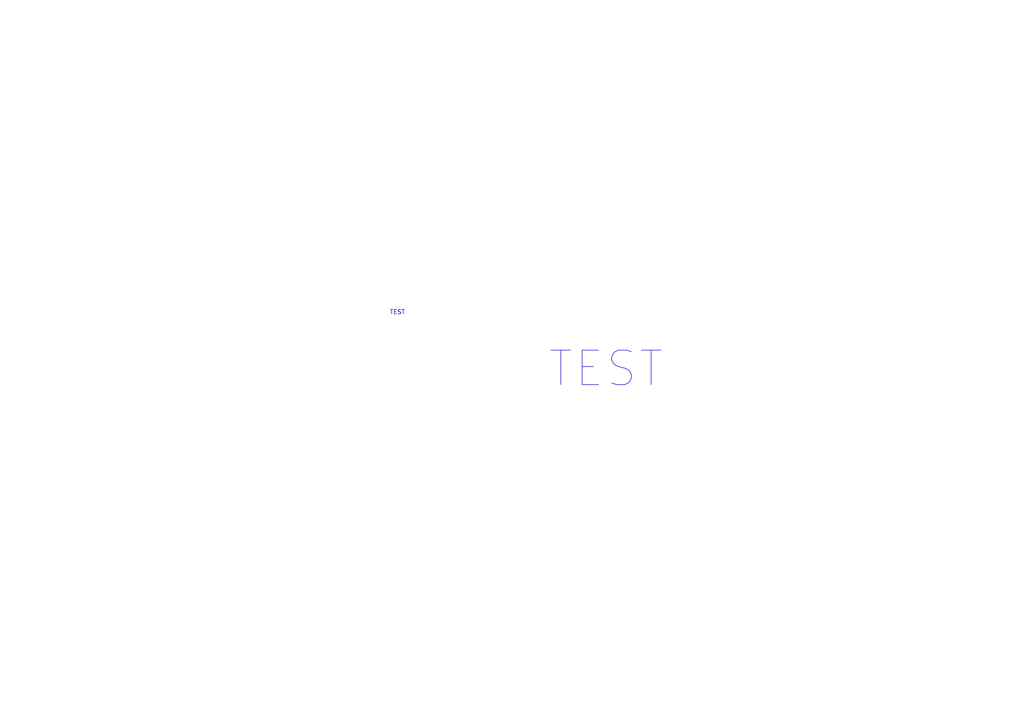
<source format=kicad_sch>
(kicad_sch (version 20211123) (generator eeschema)
  (paper "A4")
  (lib_symbols)
  (text "TEST" (at 158.75 113.03 0) (effects (font (size 10 10)) (justify left bottom)))
  (text "TEST" (at 113.03 91.44 0) (effects (font (size 1.27 1.27)) (justify left bottom)))
)
</source>
